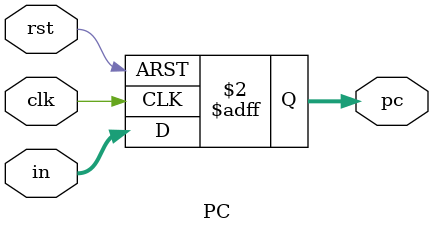
<source format=v>
module PC(input [31:0] in, input clk, rst, output reg[31:0] pc);
//posedge ya negedge
	always @(negedge clk, posedge rst) begin
		if(rst)
			pc = 32'b00000000000000000000000000000000;
		else
			pc = in;
	end

endmodule

</source>
